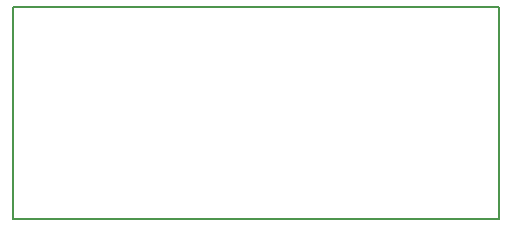
<source format=gko>
G04*
G04 #@! TF.GenerationSoftware,Altium Limited,Altium Designer,22.3.1 (43)*
G04*
G04 Layer_Color=16711935*
%FSLAX42Y42*%
%MOMM*%
G71*
G04*
G04 #@! TF.SameCoordinates,AC6673A2-E20F-4C1F-95A1-B2BFFBCC7199*
G04*
G04*
G04 #@! TF.FilePolarity,Positive*
G04*
G01*
G75*
%ADD31C,0.20*%
D31*
X4110Y0D02*
Y1800D01*
X0Y0D02*
X4110D01*
X0D02*
Y1800D01*
X4110D01*
M02*

</source>
